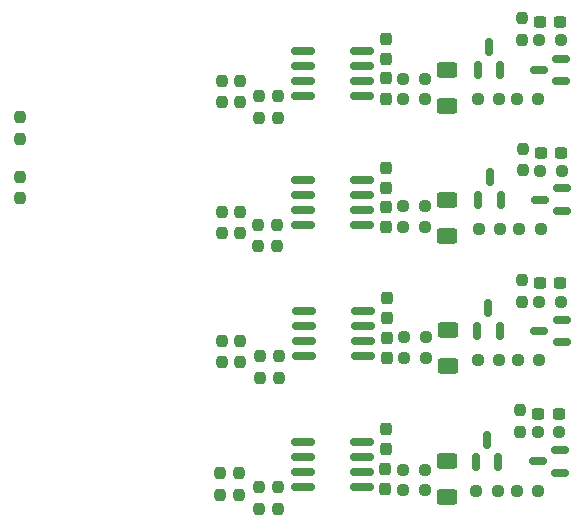
<source format=gbp>
%TF.GenerationSoftware,KiCad,Pcbnew,9.0.0*%
%TF.CreationDate,2025-03-25T18:58:08+01:00*%
%TF.ProjectId,HeatingBoard,48656174-696e-4674-926f-6172642e6b69,V1*%
%TF.SameCoordinates,Original*%
%TF.FileFunction,Paste,Bot*%
%TF.FilePolarity,Positive*%
%FSLAX46Y46*%
G04 Gerber Fmt 4.6, Leading zero omitted, Abs format (unit mm)*
G04 Created by KiCad (PCBNEW 9.0.0) date 2025-03-25 18:58:08*
%MOMM*%
%LPD*%
G01*
G04 APERTURE LIST*
G04 Aperture macros list*
%AMRoundRect*
0 Rectangle with rounded corners*
0 $1 Rounding radius*
0 $2 $3 $4 $5 $6 $7 $8 $9 X,Y pos of 4 corners*
0 Add a 4 corners polygon primitive as box body*
4,1,4,$2,$3,$4,$5,$6,$7,$8,$9,$2,$3,0*
0 Add four circle primitives for the rounded corners*
1,1,$1+$1,$2,$3*
1,1,$1+$1,$4,$5*
1,1,$1+$1,$6,$7*
1,1,$1+$1,$8,$9*
0 Add four rect primitives between the rounded corners*
20,1,$1+$1,$2,$3,$4,$5,0*
20,1,$1+$1,$4,$5,$6,$7,0*
20,1,$1+$1,$6,$7,$8,$9,0*
20,1,$1+$1,$8,$9,$2,$3,0*%
G04 Aperture macros list end*
%ADD10RoundRect,0.150000X0.587500X0.150000X-0.587500X0.150000X-0.587500X-0.150000X0.587500X-0.150000X0*%
%ADD11RoundRect,0.150000X0.150000X-0.587500X0.150000X0.587500X-0.150000X0.587500X-0.150000X-0.587500X0*%
%ADD12RoundRect,0.237500X0.250000X0.237500X-0.250000X0.237500X-0.250000X-0.237500X0.250000X-0.237500X0*%
%ADD13RoundRect,0.237500X0.237500X-0.250000X0.237500X0.250000X-0.237500X0.250000X-0.237500X-0.250000X0*%
%ADD14RoundRect,0.237500X-0.237500X0.250000X-0.237500X-0.250000X0.237500X-0.250000X0.237500X0.250000X0*%
%ADD15RoundRect,0.237500X-0.300000X-0.237500X0.300000X-0.237500X0.300000X0.237500X-0.300000X0.237500X0*%
%ADD16RoundRect,0.150000X-0.825000X-0.150000X0.825000X-0.150000X0.825000X0.150000X-0.825000X0.150000X0*%
%ADD17RoundRect,0.237500X-0.250000X-0.237500X0.250000X-0.237500X0.250000X0.237500X-0.250000X0.237500X0*%
%ADD18RoundRect,0.237500X0.237500X-0.300000X0.237500X0.300000X-0.237500X0.300000X-0.237500X-0.300000X0*%
%ADD19RoundRect,0.250000X0.625000X-0.400000X0.625000X0.400000X-0.625000X0.400000X-0.625000X-0.400000X0*%
%ADD20RoundRect,0.237500X-0.237500X0.300000X-0.237500X-0.300000X0.237500X-0.300000X0.237500X0.300000X0*%
G04 APERTURE END LIST*
D10*
%TO.C,U12*%
X164012500Y-108450000D03*
X165887500Y-109400000D03*
X165887500Y-107500000D03*
%TD*%
D11*
%TO.C,U8*%
X159700000Y-106562500D03*
X158750000Y-108437500D03*
X160650000Y-108437500D03*
%TD*%
D10*
%TO.C,U10*%
X163962500Y-86350000D03*
X165837500Y-87300000D03*
X165837500Y-85400000D03*
%TD*%
D11*
%TO.C,U6*%
X159750000Y-84462500D03*
X158800000Y-86337500D03*
X160700000Y-86337500D03*
%TD*%
%TO.C,U9*%
X159600000Y-117662500D03*
X158650000Y-119537500D03*
X160550000Y-119537500D03*
%TD*%
D10*
%TO.C,U11*%
X164062500Y-97337500D03*
X165937500Y-98287500D03*
X165937500Y-96387500D03*
%TD*%
%TO.C,U13*%
X163862500Y-119500000D03*
X165737500Y-120450000D03*
X165737500Y-118550000D03*
%TD*%
D11*
%TO.C,U7*%
X160750000Y-97337500D03*
X158850000Y-97337500D03*
X159800000Y-95462500D03*
%TD*%
D12*
%TO.C,R7*%
X165812500Y-83800000D03*
X163987500Y-83800000D03*
%TD*%
%TO.C,R10*%
X154312500Y-87100000D03*
X152487500Y-87100000D03*
%TD*%
D13*
%TO.C,R27*%
X137100000Y-111112500D03*
X137100000Y-109287500D03*
%TD*%
D14*
%TO.C,R17*%
X138700000Y-98387500D03*
X138700000Y-100212500D03*
%TD*%
D12*
%TO.C,R43*%
X154287500Y-120195000D03*
X152462500Y-120195000D03*
%TD*%
%TO.C,R18*%
X165912500Y-94900000D03*
X164087500Y-94900000D03*
%TD*%
%TO.C,R40*%
X165712500Y-117000000D03*
X163887500Y-117000000D03*
%TD*%
D14*
%TO.C,R15*%
X141800000Y-99487500D03*
X141800000Y-101312500D03*
%TD*%
%TO.C,R2*%
X120000000Y-95387500D03*
X120000000Y-97212500D03*
%TD*%
D15*
%TO.C,C11*%
X163937500Y-115500000D03*
X165662500Y-115500000D03*
%TD*%
D13*
%TO.C,R25*%
X140400000Y-112412500D03*
X140400000Y-110587500D03*
%TD*%
D16*
%TO.C,U4*%
X144025000Y-121705000D03*
X144025000Y-120435000D03*
X144025000Y-119165000D03*
X144025000Y-117895000D03*
X148975000Y-117895000D03*
X148975000Y-119165000D03*
X148975000Y-120435000D03*
X148975000Y-121705000D03*
%TD*%
D17*
%TO.C,R20*%
X152487500Y-99700000D03*
X154312500Y-99700000D03*
%TD*%
D18*
%TO.C,C12*%
X150975000Y-121857500D03*
X150975000Y-120132500D03*
%TD*%
D17*
%TO.C,R46*%
X162087500Y-122000000D03*
X163912500Y-122000000D03*
%TD*%
D18*
%TO.C,C9*%
X151075000Y-110757500D03*
X151075000Y-109032500D03*
%TD*%
D17*
%TO.C,R24*%
X162287500Y-99800000D03*
X164112500Y-99800000D03*
%TD*%
D13*
%TO.C,R5*%
X137100000Y-89112500D03*
X137100000Y-87287500D03*
%TD*%
D15*
%TO.C,C2*%
X164037500Y-82300000D03*
X165762500Y-82300000D03*
%TD*%
D19*
%TO.C,R22*%
X156200000Y-100450000D03*
X156200000Y-97350000D03*
%TD*%
%TO.C,R44*%
X156175000Y-122545000D03*
X156175000Y-119445000D03*
%TD*%
D18*
%TO.C,C6*%
X151000000Y-99662500D03*
X151000000Y-97937500D03*
%TD*%
D15*
%TO.C,C8*%
X164037500Y-104400000D03*
X165762500Y-104400000D03*
%TD*%
D14*
%TO.C,R26*%
X142000000Y-110587500D03*
X142000000Y-112412500D03*
%TD*%
D20*
%TO.C,C4*%
X151000000Y-94637500D03*
X151000000Y-96362500D03*
%TD*%
D12*
%TO.C,R32*%
X154387500Y-108995000D03*
X152562500Y-108995000D03*
%TD*%
D13*
%TO.C,R41*%
X162400000Y-117012500D03*
X162400000Y-115187500D03*
%TD*%
D14*
%TO.C,R6*%
X138700000Y-87287500D03*
X138700000Y-89112500D03*
%TD*%
D20*
%TO.C,C10*%
X151000000Y-116737500D03*
X151000000Y-118462500D03*
%TD*%
D17*
%TO.C,R13*%
X162087500Y-88800000D03*
X163912500Y-88800000D03*
%TD*%
%TO.C,R31*%
X152562500Y-110795000D03*
X154387500Y-110795000D03*
%TD*%
D12*
%TO.C,R29*%
X165812500Y-106000000D03*
X163987500Y-106000000D03*
%TD*%
D20*
%TO.C,C1*%
X151000000Y-83737500D03*
X151000000Y-85462500D03*
%TD*%
D16*
%TO.C,U3*%
X144125000Y-110605000D03*
X144125000Y-109335000D03*
X144125000Y-108065000D03*
X144125000Y-106795000D03*
X149075000Y-106795000D03*
X149075000Y-108065000D03*
X149075000Y-109335000D03*
X149075000Y-110605000D03*
%TD*%
D17*
%TO.C,R42*%
X152462500Y-121895000D03*
X154287500Y-121895000D03*
%TD*%
%TO.C,R34*%
X158787500Y-110900000D03*
X160612500Y-110900000D03*
%TD*%
D13*
%TO.C,R19*%
X162600000Y-94862500D03*
X162600000Y-93037500D03*
%TD*%
D18*
%TO.C,C3*%
X151000000Y-88812500D03*
X151000000Y-87087500D03*
%TD*%
D13*
%TO.C,R8*%
X162500000Y-83812500D03*
X162500000Y-81987500D03*
%TD*%
D16*
%TO.C,U2*%
X144025000Y-99505000D03*
X144025000Y-98235000D03*
X144025000Y-96965000D03*
X144025000Y-95695000D03*
X148975000Y-95695000D03*
X148975000Y-96965000D03*
X148975000Y-98235000D03*
X148975000Y-99505000D03*
%TD*%
D17*
%TO.C,R9*%
X152487500Y-88800000D03*
X154312500Y-88800000D03*
%TD*%
D13*
%TO.C,R38*%
X137000000Y-122312500D03*
X137000000Y-120487500D03*
%TD*%
D20*
%TO.C,C7*%
X151100000Y-105637500D03*
X151100000Y-107362500D03*
%TD*%
D14*
%TO.C,R1*%
X120000000Y-90387500D03*
X120000000Y-92212500D03*
%TD*%
D12*
%TO.C,R21*%
X154312500Y-97900000D03*
X152487500Y-97900000D03*
%TD*%
D15*
%TO.C,C5*%
X164137500Y-93400000D03*
X165862500Y-93400000D03*
%TD*%
D16*
%TO.C,U1*%
X144025000Y-88605000D03*
X144025000Y-87335000D03*
X144025000Y-86065000D03*
X144025000Y-84795000D03*
X148975000Y-84795000D03*
X148975000Y-86065000D03*
X148975000Y-87335000D03*
X148975000Y-88605000D03*
%TD*%
D19*
%TO.C,R33*%
X156275000Y-111445000D03*
X156275000Y-108345000D03*
%TD*%
D17*
%TO.C,R23*%
X158887500Y-99800000D03*
X160712500Y-99800000D03*
%TD*%
%TO.C,R12*%
X158787500Y-88800000D03*
X160612500Y-88800000D03*
%TD*%
D14*
%TO.C,R39*%
X138600000Y-120487500D03*
X138600000Y-122312500D03*
%TD*%
%TO.C,R28*%
X138700000Y-109287500D03*
X138700000Y-111112500D03*
%TD*%
%TO.C,R37*%
X141900000Y-121687500D03*
X141900000Y-123512500D03*
%TD*%
D13*
%TO.C,R14*%
X140200000Y-101312500D03*
X140200000Y-99487500D03*
%TD*%
D14*
%TO.C,R4*%
X141900000Y-88587500D03*
X141900000Y-90412500D03*
%TD*%
D17*
%TO.C,R35*%
X162187500Y-110900000D03*
X164012500Y-110900000D03*
%TD*%
D19*
%TO.C,R11*%
X156200000Y-89450000D03*
X156200000Y-86350000D03*
%TD*%
D13*
%TO.C,R3*%
X140300000Y-90412500D03*
X140300000Y-88587500D03*
%TD*%
%TO.C,R30*%
X162500000Y-106012500D03*
X162500000Y-104187500D03*
%TD*%
D17*
%TO.C,R45*%
X158687500Y-122000000D03*
X160512500Y-122000000D03*
%TD*%
D13*
%TO.C,R16*%
X137100000Y-100212500D03*
X137100000Y-98387500D03*
%TD*%
%TO.C,R36*%
X140300000Y-123512500D03*
X140300000Y-121687500D03*
%TD*%
M02*

</source>
